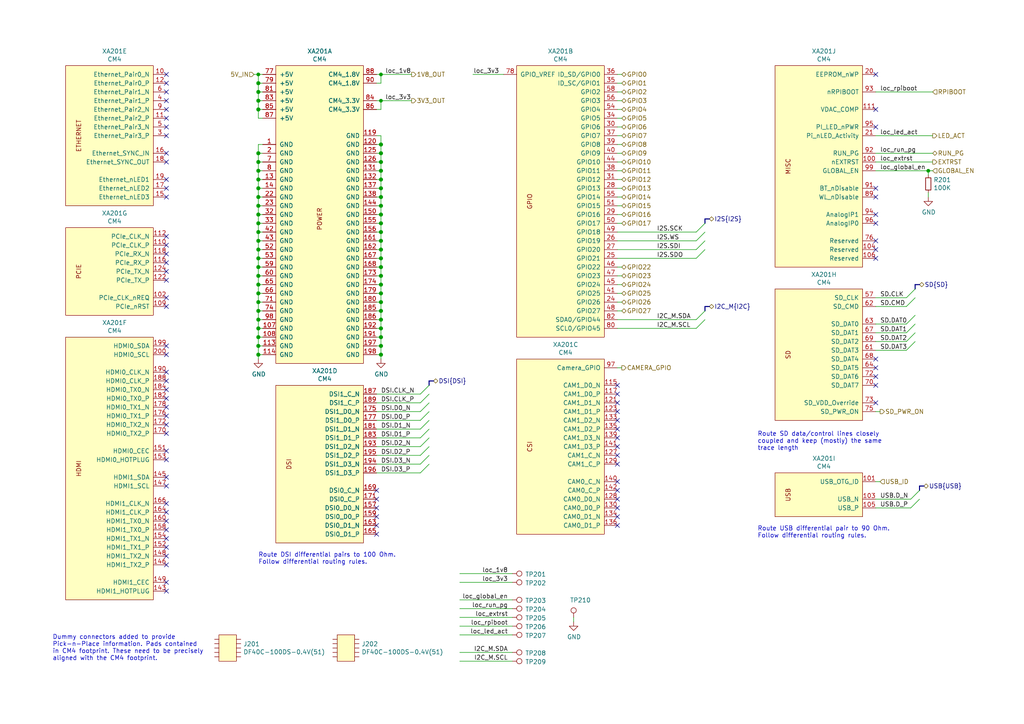
<source format=kicad_sch>
(kicad_sch (version 20210621) (generator eeschema)
  (paper "A4")
  (title_block (title "asd") (date "2021-03-05") (rev "V1") (company "iocapa") (comment 1 "asfd") (comment 2 "qwwer") (comment 3 "retery") (comment 4 "rtyu") (comment 5 "ty"))
  (lib_symbols
    (symbol "DIYPie:CM4" (pin_names (offset 1.016))
      (property "Reference" "XA" (at 0 44.45 0))
      (property "Value" "CM4" (at 0 -44.45 0))
      (symbol "CM4_1_1"
        (text "POWER" (at 0 -1.27 900) (effects (font (size 1.27 1.27))))
        (rectangle (start -12.7 43.18) (end 12.7 -43.18) (fill (type background)))
        (pin power_in line (at -16.51 20.32 0) (length 3.81) (name "GND") (number "1"))
        (pin power_in line (at -16.51 -33.02 0) (length 3.81) (name "GND") (number "107"))
        (pin power_in line (at -16.51 -35.56 0) (length 3.81) (name "GND") (number "108"))
        (pin power_in line (at -16.51 -38.1 0) (length 3.81) (name "GND") (number "113"))
        (pin power_in line (at -16.51 -40.64 0) (length 3.81) (name "GND") (number "114"))
        (pin power_in line (at 16.51 22.86 180) (length 3.81) (name "GND") (number "119"))
        (pin power_in line (at 16.51 20.32 180) (length 3.81) (name "GND") (number "120"))
        (pin power_in line (at 16.51 17.78 180) (length 3.81) (name "GND") (number "125"))
        (pin power_in line (at 16.51 15.24 180) (length 3.81) (name "GND") (number "126"))
        (pin power_in line (at -16.51 10.16 0) (length 3.81) (name "GND") (number "13"))
        (pin power_in line (at 16.51 12.7 180) (length 3.81) (name "GND") (number "131"))
        (pin power_in line (at 16.51 10.16 180) (length 3.81) (name "GND") (number "132"))
        (pin power_in line (at 16.51 7.62 180) (length 3.81) (name "GND") (number "137"))
        (pin power_in line (at 16.51 5.08 180) (length 3.81) (name "GND") (number "138"))
        (pin power_in line (at -16.51 7.62 0) (length 3.81) (name "GND") (number "14"))
        (pin power_in line (at 16.51 2.54 180) (length 3.81) (name "GND") (number "144"))
        (pin power_in line (at 16.51 0 180) (length 3.81) (name "GND") (number "150"))
        (pin power_in line (at 16.51 -2.54 180) (length 3.81) (name "GND") (number "155"))
        (pin power_in line (at 16.51 -5.08 180) (length 3.81) (name "GND") (number "156"))
        (pin power_in line (at 16.51 -7.62 180) (length 3.81) (name "GND") (number "161"))
        (pin power_in line (at 16.51 -10.16 180) (length 3.81) (name "GND") (number "162"))
        (pin power_in line (at 16.51 -12.7 180) (length 3.81) (name "GND") (number "167"))
        (pin power_in line (at 16.51 -15.24 180) (length 3.81) (name "GND") (number "168"))
        (pin power_in line (at 16.51 -17.78 180) (length 3.81) (name "GND") (number "173"))
        (pin power_in line (at 16.51 -20.32 180) (length 3.81) (name "GND") (number "174"))
        (pin power_in line (at 16.51 -22.86 180) (length 3.81) (name "GND") (number "179"))
        (pin power_in line (at 16.51 -25.4 180) (length 3.81) (name "GND") (number "180"))
        (pin power_in line (at 16.51 -27.94 180) (length 3.81) (name "GND") (number "185"))
        (pin power_in line (at 16.51 -30.48 180) (length 3.81) (name "GND") (number "186"))
        (pin power_in line (at 16.51 -35.56 180) (length 3.81) (name "GND") (number "191"))
        (pin power_in line (at 16.51 -33.02 180) (length 3.81) (name "GND") (number "192"))
        (pin power_in line (at 16.51 -38.1 180) (length 3.81) (name "GND") (number "197"))
        (pin power_in line (at 16.51 -40.64 180) (length 3.81) (name "GND") (number "198"))
        (pin power_in line (at -16.51 17.78 0) (length 3.81) (name "GND") (number "2"))
        (pin power_in line (at -16.51 5.08 0) (length 3.81) (name "GND") (number "22"))
        (pin power_in line (at -16.51 2.54 0) (length 3.81) (name "GND") (number "23"))
        (pin power_in line (at -16.51 0 0) (length 3.81) (name "GND") (number "32"))
        (pin power_in line (at -16.51 -2.54 0) (length 3.81) (name "GND") (number "33"))
        (pin power_in line (at -16.51 -5.08 0) (length 3.81) (name "GND") (number "42"))
        (pin power_in line (at -16.51 -7.62 0) (length 3.81) (name "GND") (number "43"))
        (pin power_in line (at -16.51 -10.16 0) (length 3.81) (name "GND") (number "52"))
        (pin power_in line (at -16.51 -12.7 0) (length 3.81) (name "GND") (number "53"))
        (pin power_in line (at -16.51 -15.24 0) (length 3.81) (name "GND") (number "59"))
        (pin power_in line (at -16.51 -17.78 0) (length 3.81) (name "GND") (number "60"))
        (pin power_in line (at -16.51 -20.32 0) (length 3.81) (name "GND") (number "65"))
        (pin power_in line (at -16.51 -22.86 0) (length 3.81) (name "GND") (number "66"))
        (pin power_in line (at -16.51 15.24 0) (length 3.81) (name "GND") (number "7"))
        (pin power_in line (at -16.51 -25.4 0) (length 3.81) (name "GND") (number "71"))
        (pin power_in line (at -16.51 -27.94 0) (length 3.81) (name "GND") (number "74"))
        (pin power_in line (at -16.51 40.64 0) (length 3.81) (name "+5V") (number "77"))
        (pin power_in line (at -16.51 38.1 0) (length 3.81) (name "+5V") (number "79"))
        (pin power_in line (at -16.51 12.7 0) (length 3.81) (name "GND") (number "8"))
        (pin power_in line (at -16.51 35.56 0) (length 3.81) (name "+5V") (number "81"))
        (pin power_in line (at -16.51 33.02 0) (length 3.81) (name "+5V") (number "83"))
        (pin power_out line (at 16.51 33.02 180) (length 3.81) (name "CM4_3.3V") (number "84"))
        (pin power_in line (at -16.51 30.48 0) (length 3.81) (name "+5V") (number "85"))
        (pin passive line (at 16.51 30.48 180) (length 3.81) (name "CM4_3.3V") (number "86"))
        (pin power_in line (at -16.51 27.94 0) (length 3.81) (name "+5V") (number "87"))
        (pin power_out line (at 16.51 40.64 180) (length 3.81) (name "CM4_1.8V") (number "88"))
        (pin passive line (at 16.51 38.1 180) (length 3.81) (name "CM4_1.8V") (number "90"))
        (pin power_in line (at -16.51 -30.48 0) (length 3.81) (name "GND") (number "98"))
      )
      (symbol "CM4_2_1"
        (text "GPIO" (at -8.89 0 900) (effects (font (size 1.27 1.27))))
        (rectangle (start -12.7 39.37) (end 12.7 -39.37) (fill (type background)))
        (pin bidirectional line (at 16.51 -29.21 180) (length 3.81) (name "GPIO26") (number "24"))
        (pin bidirectional line (at 16.51 -16.51 180) (length 3.81) (name "GPIO21") (number "25"))
        (pin bidirectional line (at 16.51 -11.43 180) (length 3.81) (name "GPIO19") (number "26"))
        (pin bidirectional line (at 16.51 -13.97 180) (length 3.81) (name "GPIO20") (number "27"))
        (pin bidirectional line (at 16.51 3.81 180) (length 3.81) (name "GPIO13") (number "28"))
        (pin bidirectional line (at 16.51 -3.81 180) (length 3.81) (name "GPIO16") (number "29"))
        (pin bidirectional line (at 16.51 21.59 180) (length 3.81) (name "GPIO6") (number "30"))
        (pin bidirectional line (at 16.51 6.35 180) (length 3.81) (name "GPIO12") (number "31"))
        (pin bidirectional line (at 16.51 24.13 180) (length 3.81) (name "GPIO5") (number "34"))
        (pin bidirectional line (at 16.51 34.29 180) (length 3.81) (name "ID_SC/GPIO1") (number "35"))
        (pin bidirectional line (at 16.51 36.83 180) (length 3.81) (name "ID_SD/GPIO0") (number "36"))
        (pin bidirectional line (at 16.51 19.05 180) (length 3.81) (name "GPIO7") (number "37"))
        (pin bidirectional line (at 16.51 8.89 180) (length 3.81) (name "GPIO11") (number "38"))
        (pin bidirectional line (at 16.51 16.51 180) (length 3.81) (name "GPIO8") (number "39"))
        (pin bidirectional line (at 16.51 13.97 180) (length 3.81) (name "GPIO9") (number "40"))
        (pin bidirectional line (at 16.51 -26.67 180) (length 3.81) (name "GPIO25") (number "41"))
        (pin bidirectional line (at 16.51 11.43 180) (length 3.81) (name "GPIO10") (number "44"))
        (pin bidirectional line (at 16.51 -24.13 180) (length 3.81) (name "GPIO24") (number "45"))
        (pin bidirectional line (at 16.51 -19.05 180) (length 3.81) (name "GPIO22") (number "46"))
        (pin bidirectional line (at 16.51 -21.59 180) (length 3.81) (name "GPIO23") (number "47"))
        (pin bidirectional line (at 16.51 -31.75 180) (length 3.81) (name "GPIO27") (number "48"))
        (pin bidirectional line (at 16.51 -8.89 180) (length 3.81) (name "GPIO18") (number "49"))
        (pin bidirectional line (at 16.51 -6.35 180) (length 3.81) (name "GPIO17") (number "50"))
        (pin bidirectional line (at 16.51 -1.27 180) (length 3.81) (name "GPIO15") (number "51"))
        (pin bidirectional line (at 16.51 26.67 180) (length 3.81) (name "GPIO4") (number "54"))
        (pin bidirectional line (at 16.51 1.27 180) (length 3.81) (name "GPIO14") (number "55"))
        (pin bidirectional line (at 16.51 29.21 180) (length 3.81) (name "GPIO3") (number "56"))
        (pin bidirectional line (at 16.51 31.75 180) (length 3.81) (name "GPIO2") (number "58"))
        (pin power_in line (at -16.51 36.83 0) (length 3.81) (name "GPIO_VREF") (number "78"))
        (pin bidirectional line (at 16.51 -36.83 180) (length 3.81) (name "SCL0/GPIO45") (number "80"))
        (pin bidirectional line (at 16.51 -34.29 180) (length 3.81) (name "SDA0/GPIO44") (number "82"))
      )
      (symbol "CM4_3_1"
        (text "CSI" (at -8.89 0 900) (effects (font (size 1.27 1.27))))
        (rectangle (start 12.7 25.4) (end -12.7 -25.4) (fill (type background)))
        (pin bidirectional line (at 16.51 17.78 180) (length 3.81) (name "CAM1_D0_N") (number "115"))
        (pin bidirectional line (at 16.51 15.24 180) (length 3.81) (name "CAM1_D0_P") (number "117"))
        (pin input line (at 16.51 12.7 180) (length 3.81) (name "CAM1_D1_N") (number "121"))
        (pin input line (at 16.51 10.16 180) (length 3.81) (name "CAM1_D1_P") (number "123"))
        (pin output line (at 16.51 -2.54 180) (length 3.81) (name "CAM1_C_N") (number "127"))
        (pin bidirectional line (at 16.51 -15.24 180) (length 3.81) (name "CAM0_D0_N") (number "128"))
        (pin output line (at 16.51 -5.08 180) (length 3.81) (name "CAM1_C_P") (number "129"))
        (pin bidirectional line (at 16.51 -17.78 180) (length 3.81) (name "CAM0_D0_P") (number "130"))
        (pin input line (at 16.51 7.62 180) (length 3.81) (name "CAM1_D2_N") (number "133"))
        (pin input line (at 16.51 -20.32 180) (length 3.81) (name "CAM0_D1_N") (number "134"))
        (pin input line (at 16.51 5.08 180) (length 3.81) (name "CAM1_D2_P") (number "135"))
        (pin input line (at 16.51 -22.86 180) (length 3.81) (name "CAM0_D1_P") (number "136"))
        (pin input line (at 16.51 2.54 180) (length 3.81) (name "CAM1_D3_N") (number "139"))
        (pin output line (at 16.51 -10.16 180) (length 3.81) (name "CAM0_C_N") (number "140"))
        (pin input line (at 16.51 0 180) (length 3.81) (name "CAM1_D3_P") (number "141"))
        (pin output line (at 16.51 -12.7 180) (length 3.81) (name "CAM0_C_P") (number "142"))
        (pin output line (at 16.51 22.86 180) (length 3.81) (name "Camera_GPIO") (number "97"))
      )
      (symbol "CM4_4_1"
        (text "DSI" (at -8.89 0 900) (effects (font (size 1.27 1.27))))
        (rectangle (start 12.7 22.86) (end -12.7 -22.86) (fill (type background)))
        (pin bidirectional line (at 16.51 -12.7 180) (length 3.81) (name "DSI0_D0_N") (number "157"))
        (pin bidirectional line (at 16.51 -15.24 180) (length 3.81) (name "DSI0_D0_P") (number "159"))
        (pin output line (at 16.51 -17.78 180) (length 3.81) (name "DSI0_D1_N") (number "163"))
        (pin output line (at 16.51 -20.32 180) (length 3.81) (name "DSI0_D1_P") (number "165"))
        (pin output line (at 16.51 -7.62 180) (length 3.81) (name "DSI0_C_N") (number "169"))
        (pin output line (at 16.51 -10.16 180) (length 3.81) (name "DSI0_C_P") (number "171"))
        (pin bidirectional line (at 16.51 15.24 180) (length 3.81) (name "DSI1_D0_N") (number "175"))
        (pin bidirectional line (at 16.51 12.7 180) (length 3.81) (name "DSI1_D0_P") (number "177"))
        (pin output line (at 16.51 10.16 180) (length 3.81) (name "DSI1_D1_N") (number "181"))
        (pin output line (at 16.51 7.62 180) (length 3.81) (name "DSI1_D1_P") (number "183"))
        (pin output line (at 16.51 20.32 180) (length 3.81) (name "DSI1_C_N") (number "187"))
        (pin output line (at 16.51 17.78 180) (length 3.81) (name "DSI1_C_P") (number "189"))
        (pin output line (at 16.51 5.08 180) (length 3.81) (name "DSI1_D2_N") (number "193"))
        (pin output line (at 16.51 0 180) (length 3.81) (name "DSI1_D3_N") (number "194"))
        (pin output line (at 16.51 2.54 180) (length 3.81) (name "DSI1_D2_P") (number "195"))
        (pin output line (at 16.51 -2.54 180) (length 3.81) (name "DSI1_D3_P") (number "196"))
      )
      (symbol "CM4_5_1"
        (text "ETHERNET" (at -8.89 0 900) (effects (font (size 1.27 1.27))))
        (rectangle (start 12.7 20.32) (end -12.7 -20.32) (fill (type background)))
        (pin bidirectional line (at 16.51 17.78 180) (length 3.81) (name "Ethernet_Pair0_N") (number "10"))
        (pin bidirectional line (at 16.51 5.08 180) (length 3.81) (name "Ethernet_Pair2_P") (number "11"))
        (pin bidirectional line (at 16.51 15.24 180) (length 3.81) (name "Ethernet_Pair0_P") (number "12"))
        (pin output line (at 16.51 -17.78 180) (length 3.81) (name "Ethernet_nLED3") (number "15"))
        (pin input line (at 16.51 -5.08 180) (length 3.81) (name "Ethernet_SYNC_IN") (number "16"))
        (pin output line (at 16.51 -15.24 180) (length 3.81) (name "Ethernet_nLED2") (number "17"))
        (pin tri_state line (at 16.51 -7.62 180) (length 3.81) (name "Ethernet_SYNC_OUT") (number "18"))
        (pin output line (at 16.51 -12.7 180) (length 3.81) (name "Ethernet_nLED1") (number "19"))
        (pin bidirectional line (at 16.51 0 180) (length 3.81) (name "Ethernet_Pair3_P") (number "3"))
        (pin bidirectional line (at 16.51 10.16 180) (length 3.81) (name "Ethernet_Pair1_P") (number "4"))
        (pin bidirectional line (at 16.51 2.54 180) (length 3.81) (name "Ethernet_Pair3_N") (number "5"))
        (pin bidirectional line (at 16.51 12.7 180) (length 3.81) (name "Ethernet_Pair1_N") (number "6"))
        (pin bidirectional line (at 16.51 7.62 180) (length 3.81) (name "Ethernet_Pair2_N") (number "9"))
      )
      (symbol "CM4_6_1"
        (text "HDMI" (at -8.89 0 900) (effects (font (size 1.27 1.27))))
        (rectangle (start 12.7 38.1) (end -12.7 -38.1) (fill (type background)))
        (pin input line (at 16.51 -35.56 180) (length 3.81) (name "HDMI1_HOTPLUG") (number "143"))
        (pin bidirectional line (at 16.51 -2.54 180) (length 3.81) (name "HDMI1_SDA") (number "145"))
        (pin output line (at 16.51 -27.94 180) (length 3.81) (name "HDMI1_TX2_P") (number "146"))
        (pin bidirectional line (at 16.51 -5.08 180) (length 3.81) (name "HDMI1_SCL") (number "147"))
        (pin output line (at 16.51 -25.4 180) (length 3.81) (name "HDMI1_TX2_N") (number "148"))
        (pin input line (at 16.51 -33.02 180) (length 3.81) (name "HDMI1_CEC") (number "149"))
        (pin input line (at 16.51 5.08 180) (length 3.81) (name "HDMI0_CEC") (number "151"))
        (pin output line (at 16.51 -22.86 180) (length 3.81) (name "HDMI1_TX1_P") (number "152"))
        (pin input line (at 16.51 2.54 180) (length 3.81) (name "HDMI0_HOTPLUG") (number "153"))
        (pin output line (at 16.51 -20.32 180) (length 3.81) (name "HDMI1_TX1_N") (number "154"))
        (pin output line (at 16.51 -17.78 180) (length 3.81) (name "HDMI1_TX0_P") (number "158"))
        (pin output line (at 16.51 -15.24 180) (length 3.81) (name "HDMI1_TX0_N") (number "160"))
        (pin output line (at 16.51 -12.7 180) (length 3.81) (name "HDMI1_CLK_P") (number "164"))
        (pin output line (at 16.51 -10.16 180) (length 3.81) (name "HDMI1_CLK_N") (number "166"))
        (pin output line (at 16.51 10.16 180) (length 3.81) (name "HDMI0_TX2_P") (number "170"))
        (pin output line (at 16.51 12.7 180) (length 3.81) (name "HDMI0_TX2_N") (number "172"))
        (pin output line (at 16.51 15.24 180) (length 3.81) (name "HDMI0_TX1_P") (number "176"))
        (pin output line (at 16.51 17.78 180) (length 3.81) (name "HDMI0_TX1_N") (number "178"))
        (pin output line (at 16.51 20.32 180) (length 3.81) (name "HDMI0_TX0_P") (number "182"))
        (pin output line (at 16.51 22.86 180) (length 3.81) (name "HDMI0_TX0_N") (number "184"))
        (pin output line (at 16.51 25.4 180) (length 3.81) (name "HDMI0_CLK_P") (number "188"))
        (pin output line (at 16.51 27.94 180) (length 3.81) (name "HDMI0_CLK_N") (number "190"))
        (pin bidirectional line (at 16.51 35.56 180) (length 3.81) (name "HDMI0_SDA") (number "199"))
        (pin bidirectional line (at 16.51 33.02 180) (length 3.81) (name "HDMI0_SCL") (number "200"))
      )
      (symbol "CM4_7_1"
        (text "PCIE" (at -8.89 0 900) (effects (font (size 1.27 1.27))))
        (rectangle (start 12.7 12.7) (end -12.7 -12.7) (fill (type background)))
        (pin input line (at 16.51 -7.62 180) (length 3.81) (name "PCIe_CLK_nREQ") (number "102"))
        (pin output line (at 16.51 -10.16 180) (length 3.81) (name "PCIe_nRST") (number "109"))
        (pin output line (at 16.51 7.62 180) (length 3.81) (name "PCIe_CLK_P") (number "110"))
        (pin output line (at 16.51 10.16 180) (length 3.81) (name "PCIe_CLK_N") (number "112"))
        (pin input line (at 16.51 2.54 180) (length 3.81) (name "PCIe_RX_P") (number "116"))
        (pin input line (at 16.51 5.08 180) (length 3.81) (name "PCIe_RX_N") (number "118"))
        (pin output line (at 16.51 -2.54 180) (length 3.81) (name "PCIe_TX_P") (number "122"))
        (pin output line (at 16.51 0 180) (length 3.81) (name "PCIe_TX_N") (number "124"))
      )
      (symbol "CM4_8_1"
        (text "SD" (at -8.89 0 900) (effects (font (size 1.27 1.27))))
        (rectangle (start 12.7 -19.05) (end -12.7 19.05) (fill (type background)))
        (pin output line (at 16.51 16.51 180) (length 3.81) (name "SD_CLK") (number "57"))
        (pin bidirectional line (at 16.51 1.27 180) (length 3.81) (name "SD_DAT3") (number "61"))
        (pin output line (at 16.51 13.97 180) (length 3.81) (name "SD_CMD") (number "62"))
        (pin bidirectional line (at 16.51 8.89 180) (length 3.81) (name "SD_DAT0") (number "63"))
        (pin bidirectional line (at 16.51 -3.81 180) (length 3.81) (name "SD_DAT5") (number "64"))
        (pin bidirectional line (at 16.51 6.35 180) (length 3.81) (name "SD_DAT1") (number "67"))
        (pin bidirectional line (at 16.51 -1.27 180) (length 3.81) (name "SD_DAT4") (number "68"))
        (pin bidirectional line (at 16.51 3.81 180) (length 3.81) (name "SD_DAT2") (number "69"))
        (pin bidirectional line (at 16.51 -8.89 180) (length 3.81) (name "SD_DAT7") (number "70"))
        (pin bidirectional line (at 16.51 -6.35 180) (length 3.81) (name "SD_DAT6") (number "72"))
        (pin input line (at 16.51 -13.97 180) (length 3.81) (name "SD_VDD_Override") (number "73"))
        (pin output line (at 16.51 -16.51 180) (length 3.81) (name "SD_PWR_ON") (number "75"))
      )
      (symbol "CM4_9_1"
        (text "USB" (at -8.89 0 900) (effects (font (size 1.27 1.27))))
        (rectangle (start 12.7 -6.35) (end -12.7 6.35) (fill (type background)))
        (pin input line (at 16.51 3.81 180) (length 3.81) (name "USB_OTG_ID") (number "101"))
        (pin bidirectional line (at 16.51 -1.27 180) (length 3.81) (name "USB_N") (number "103"))
        (pin bidirectional line (at 16.51 -3.81 180) (length 3.81) (name "USB_P") (number "105"))
      )
      (symbol "CM4_10_1"
        (text "MISC" (at -8.89 0 900) (effects (font (size 1.27 1.27))))
        (rectangle (start 12.7 29.21) (end -12.7 -29.21) (fill (type background)))
        (pin output line (at 16.51 1.27 180) (length 3.81) (name "nEXTRST") (number "100"))
        (pin passive line (at 16.51 -24.13 180) (length 3.81) (name "Reserved") (number "104"))
        (pin passive line (at 16.51 -26.67 180) (length 3.81) (name "Reserved") (number "106"))
        (pin output line (at 16.51 16.51 180) (length 3.81) (name "VDAC_COMP") (number "111"))
        (pin input line (at 16.51 26.67 180) (length 3.81) (name "EEPROM_nWP") (number "20"))
        (pin output line (at 16.51 8.89 180) (length 3.81) (name "Pi_nLED_Activity") (number "21"))
        (pin passive line (at 16.51 -21.59 180) (length 3.81) (name "Reserved") (number "76"))
        (pin input line (at 16.51 -8.89 180) (length 3.81) (name "WL_nDisable") (number "89"))
        (pin input line (at 16.51 -6.35 180) (length 3.81) (name "BT_nDisable") (number "91"))
        (pin output line (at 16.51 3.81 180) (length 3.81) (name "RUN_PG") (number "92"))
        (pin input line (at 16.51 21.59 180) (length 3.81) (name "nRPIBOOT") (number "93"))
        (pin passive line (at 16.51 -13.97 180) (length 3.81) (name "AnalogIP1") (number "94"))
        (pin output line (at 16.51 11.43 180) (length 3.81) (name "PI_LED_nPWR") (number "95"))
        (pin passive line (at 16.51 -16.51 180) (length 3.81) (name "AnalogIP0") (number "96"))
        (pin bidirectional line (at 16.51 -1.27 180) (length 3.81) (name "GLOBAL_EN") (number "99"))
      )
    )
    (symbol "DIYPie:DF40C-100DS-0.4V(51)_NoPads" (pin_names (offset 1.016))
      (property "Reference" "J" (at 0 11.43 0))
      (property "Value" "DF40C-100DS-0.4V(51)_NoPads" (at 0 7.62 0))
      (symbol "DF40C-100DS-0.4V(51)_NoPads_0_1"
        (rectangle (start -2.54 -2.54) (end -3.81 -2.54))
        (rectangle (start -2.54 -1.27) (end -3.81 -1.27))
        (rectangle (start -2.54 0) (end -3.81 0))
        (rectangle (start -2.54 1.27) (end -3.81 1.27))
        (rectangle (start -2.54 2.54) (end -3.81 2.54))
        (rectangle (start 2.54 -2.54) (end 3.81 -2.54))
        (rectangle (start 2.54 -1.27) (end 3.81 -1.27))
        (rectangle (start 2.54 0) (end 3.81 0))
        (rectangle (start 2.54 1.27) (end 3.81 1.27))
        (rectangle (start 2.54 2.54) (end 3.81 2.54))
        (rectangle (start -2.54 3.81) (end 2.54 -3.81) (fill (type background)))
      )
    )
    (symbol "DIYPie:TestPoint" (pin_numbers hide) (pin_names (offset 0.762) hide)
      (property "Reference" "TP" (at 0 5.588 0))
      (property "Value" "TestPoint" (at 0 3.81 0))
      (symbol "TestPoint_0_1"
        (circle (center 0 2.032) (radius 0.762))
      )
      (symbol "TestPoint_1_1"
        (pin passive line (at 0 0 90) (length 1.27) (name "1") (number "1"))
      )
    )
    (symbol "Device:R_Small" (pin_numbers hide) (pin_names (offset 0.254) hide)
      (property "Reference" "R" (at 0.762 0.508 0))
      (property "Value" "R_Small" (at 0.762 -1.016 0))
      (symbol "R_Small_0_1"
        (rectangle (start -0.762 1.778) (end 0.762 -1.778) (stroke (width 0.2032)))
      )
      (symbol "R_Small_1_1"
        (pin passive line (at 0 2.54 270) (length 0.762) (name "~") (number "1"))
        (pin passive line (at 0 -2.54 90) (length 0.762) (name "~") (number "2"))
      )
    )
    (symbol "power:GND" (power) (pin_names (offset 0))
      (property "Value" "GND" (at 0 -3.81 0))
      (symbol "GND_0_1"
        (polyline (pts (xy 0 0) (xy 0 -1.27) (xy 1.27 -1.27) (xy 0 -2.54) (xy -1.27 -1.27) (xy 0 -1.27)))
      )
      (symbol "GND_1_1"
        (pin power_in line (at 0 0 270) (length 0) hide (name "GND") (number "1"))
      )
    )
  )
  (junction (at 74.93 21.59) (diameter 0.9144))
  (junction (at 74.93 24.13) (diameter 1.016))
  (junction (at 74.93 26.67) (diameter 1.016))
  (junction (at 74.93 29.21) (diameter 1.016))
  (junction (at 74.93 31.75) (diameter 1.016))
  (junction (at 74.93 44.45) (diameter 1.016))
  (junction (at 74.93 46.99) (diameter 1.016))
  (junction (at 74.93 49.53) (diameter 1.016))
  (junction (at 74.93 52.07) (diameter 1.016))
  (junction (at 74.93 54.61) (diameter 1.016))
  (junction (at 74.93 57.15) (diameter 1.016))
  (junction (at 74.93 59.69) (diameter 1.016))
  (junction (at 74.93 62.23) (diameter 1.016))
  (junction (at 74.93 64.77) (diameter 1.016))
  (junction (at 74.93 67.31) (diameter 1.016))
  (junction (at 74.93 69.85) (diameter 1.016))
  (junction (at 74.93 72.39) (diameter 1.016))
  (junction (at 74.93 74.93) (diameter 1.016))
  (junction (at 74.93 77.47) (diameter 1.016))
  (junction (at 74.93 80.01) (diameter 1.016))
  (junction (at 74.93 82.55) (diameter 1.016))
  (junction (at 74.93 85.09) (diameter 1.016))
  (junction (at 74.93 87.63) (diameter 1.016))
  (junction (at 74.93 90.17) (diameter 1.016))
  (junction (at 74.93 92.71) (diameter 1.016))
  (junction (at 74.93 95.25) (diameter 1.016))
  (junction (at 74.93 97.79) (diameter 1.016))
  (junction (at 74.93 100.33) (diameter 1.016))
  (junction (at 74.93 102.87) (diameter 1.016))
  (junction (at 110.49 21.59) (diameter 0.9144))
  (junction (at 110.49 29.21) (diameter 0.9144))
  (junction (at 110.49 41.91) (diameter 1.016))
  (junction (at 110.49 44.45) (diameter 1.016))
  (junction (at 110.49 46.99) (diameter 1.016))
  (junction (at 110.49 49.53) (diameter 1.016))
  (junction (at 110.49 52.07) (diameter 1.016))
  (junction (at 110.49 54.61) (diameter 1.016))
  (junction (at 110.49 57.15) (diameter 1.016))
  (junction (at 110.49 59.69) (diameter 1.016))
  (junction (at 110.49 62.23) (diameter 1.016))
  (junction (at 110.49 64.77) (diameter 1.016))
  (junction (at 110.49 67.31) (diameter 1.016))
  (junction (at 110.49 69.85) (diameter 1.016))
  (junction (at 110.49 72.39) (diameter 1.016))
  (junction (at 110.49 74.93) (diameter 1.016))
  (junction (at 110.49 77.47) (diameter 1.016))
  (junction (at 110.49 80.01) (diameter 1.016))
  (junction (at 110.49 82.55) (diameter 1.016))
  (junction (at 110.49 85.09) (diameter 1.016))
  (junction (at 110.49 87.63) (diameter 1.016))
  (junction (at 110.49 90.17) (diameter 1.016))
  (junction (at 110.49 92.71) (diameter 1.016))
  (junction (at 110.49 95.25) (diameter 1.016))
  (junction (at 110.49 97.79) (diameter 1.016))
  (junction (at 110.49 100.33) (diameter 1.016))
  (junction (at 110.49 102.87) (diameter 1.016))
  (junction (at 269.24 49.53) (diameter 0.9144))
  (no_connect (at 48.26 21.59))
  (no_connect (at 48.26 24.13))
  (no_connect (at 48.26 26.67))
  (no_connect (at 48.26 29.21))
  (no_connect (at 48.26 31.75))
  (no_connect (at 48.26 34.29))
  (no_connect (at 48.26 36.83))
  (no_connect (at 48.26 39.37))
  (no_connect (at 48.26 44.45))
  (no_connect (at 48.26 46.99))
  (no_connect (at 48.26 52.07))
  (no_connect (at 48.26 54.61))
  (no_connect (at 48.26 57.15))
  (no_connect (at 48.26 68.58))
  (no_connect (at 48.26 71.12))
  (no_connect (at 48.26 73.66))
  (no_connect (at 48.26 76.2))
  (no_connect (at 48.26 78.74))
  (no_connect (at 48.26 81.28))
  (no_connect (at 48.26 86.36))
  (no_connect (at 48.26 88.9))
  (no_connect (at 48.26 100.33))
  (no_connect (at 48.26 102.87))
  (no_connect (at 48.26 107.95))
  (no_connect (at 48.26 110.49))
  (no_connect (at 48.26 113.03))
  (no_connect (at 48.26 115.57))
  (no_connect (at 48.26 118.11))
  (no_connect (at 48.26 120.65))
  (no_connect (at 48.26 123.19))
  (no_connect (at 48.26 125.73))
  (no_connect (at 48.26 130.81))
  (no_connect (at 48.26 133.35))
  (no_connect (at 48.26 138.43))
  (no_connect (at 48.26 140.97))
  (no_connect (at 48.26 146.05))
  (no_connect (at 48.26 148.59))
  (no_connect (at 48.26 151.13))
  (no_connect (at 48.26 153.67))
  (no_connect (at 48.26 156.21))
  (no_connect (at 48.26 158.75))
  (no_connect (at 48.26 161.29))
  (no_connect (at 48.26 163.83))
  (no_connect (at 48.26 168.91))
  (no_connect (at 48.26 171.45))
  (no_connect (at 109.22 142.24))
  (no_connect (at 109.22 144.78))
  (no_connect (at 109.22 147.32))
  (no_connect (at 109.22 149.86))
  (no_connect (at 109.22 152.4))
  (no_connect (at 109.22 154.94))
  (no_connect (at 179.07 111.76))
  (no_connect (at 179.07 114.3))
  (no_connect (at 179.07 116.84))
  (no_connect (at 179.07 119.38))
  (no_connect (at 179.07 121.92))
  (no_connect (at 179.07 124.46))
  (no_connect (at 179.07 127))
  (no_connect (at 179.07 129.54))
  (no_connect (at 179.07 132.08))
  (no_connect (at 179.07 134.62))
  (no_connect (at 179.07 139.7))
  (no_connect (at 179.07 142.24))
  (no_connect (at 179.07 144.78))
  (no_connect (at 179.07 147.32))
  (no_connect (at 179.07 149.86))
  (no_connect (at 179.07 152.4))
  (no_connect (at 254 21.59))
  (no_connect (at 254 31.75))
  (no_connect (at 254 36.83))
  (no_connect (at 254 54.61))
  (no_connect (at 254 57.15))
  (no_connect (at 254 62.23))
  (no_connect (at 254 64.77))
  (no_connect (at 254 69.85))
  (no_connect (at 254 72.39))
  (no_connect (at 254 74.93))
  (no_connect (at 254 104.14))
  (no_connect (at 254 106.68))
  (no_connect (at 254 109.22))
  (no_connect (at 254 111.76))
  (no_connect (at 254 116.84))
  (bus_entry (at 124.46 111.76) (size -2.54 2.54) (stroke (width 0.1524)))
  (bus_entry (at 124.46 114.3) (size -2.54 2.54) (stroke (width 0.1524)))
  (bus_entry (at 124.46 116.84) (size -2.54 2.54) (stroke (width 0.1524)))
  (bus_entry (at 124.46 119.38) (size -2.54 2.54) (stroke (width 0.1524)))
  (bus_entry (at 124.46 121.92) (size -2.54 2.54) (stroke (width 0.1524)))
  (bus_entry (at 124.46 124.46) (size -2.54 2.54) (stroke (width 0.1524)))
  (bus_entry (at 124.46 127) (size -2.54 2.54) (stroke (width 0.1524)))
  (bus_entry (at 124.46 129.54) (size -2.54 2.54) (stroke (width 0.1524)))
  (bus_entry (at 124.46 132.08) (size -2.54 2.54) (stroke (width 0.1524)))
  (bus_entry (at 124.46 134.62) (size -2.54 2.54) (stroke (width 0.1524)))
  (bus_entry (at 204.47 64.77) (size -2.54 2.54) (stroke (width 0.1524)))
  (bus_entry (at 204.47 67.31) (size -2.54 2.54) (stroke (width 0.1524)))
  (bus_entry (at 204.47 69.85) (size -2.54 2.54) (stroke (width 0.1524)))
  (bus_entry (at 204.47 72.39) (size -2.54 2.54) (stroke (width 0.1524)))
  (bus_entry (at 204.47 90.17) (size -2.54 2.54) (stroke (width 0.1524)))
  (bus_entry (at 204.47 92.71) (size -2.54 2.54) (stroke (width 0.1524)))
  (bus_entry (at 265.43 83.82) (size -2.54 2.54) (stroke (width 0.1524)))
  (bus_entry (at 265.43 86.36) (size -2.54 2.54) (stroke (width 0.1524)))
  (bus_entry (at 265.43 91.44) (size -2.54 2.54) (stroke (width 0.1524)))
  (bus_entry (at 265.43 93.98) (size -2.54 2.54) (stroke (width 0.1524)))
  (bus_entry (at 265.43 96.52) (size -2.54 2.54) (stroke (width 0.1524)))
  (bus_entry (at 265.43 99.06) (size -2.54 2.54) (stroke (width 0.1524)))
  (bus_entry (at 266.7 142.24) (size -2.54 2.54) (stroke (width 0.1524)))
  (bus_entry (at 266.7 144.78) (size -2.54 2.54) (stroke (width 0.1524)))
  (wire (pts (xy 73.66 21.59) (xy 74.93 21.59)))
  (wire (pts (xy 74.93 24.13) (xy 74.93 21.59)))
  (wire (pts (xy 74.93 26.67) (xy 74.93 24.13)))
  (wire (pts (xy 74.93 29.21) (xy 74.93 26.67)))
  (wire (pts (xy 74.93 31.75) (xy 74.93 29.21)))
  (wire (pts (xy 74.93 34.29) (xy 74.93 31.75)))
  (wire (pts (xy 74.93 41.91) (xy 74.93 44.45)))
  (wire (pts (xy 74.93 44.45) (xy 74.93 46.99)))
  (wire (pts (xy 74.93 46.99) (xy 74.93 49.53)))
  (wire (pts (xy 74.93 49.53) (xy 74.93 52.07)))
  (wire (pts (xy 74.93 52.07) (xy 74.93 54.61)))
  (wire (pts (xy 74.93 54.61) (xy 74.93 57.15)))
  (wire (pts (xy 74.93 57.15) (xy 74.93 59.69)))
  (wire (pts (xy 74.93 59.69) (xy 74.93 62.23)))
  (wire (pts (xy 74.93 62.23) (xy 74.93 64.77)))
  (wire (pts (xy 74.93 64.77) (xy 74.93 67.31)))
  (wire (pts (xy 74.93 67.31) (xy 74.93 69.85)))
  (wire (pts (xy 74.93 69.85) (xy 74.93 72.39)))
  (wire (pts (xy 74.93 72.39) (xy 74.93 74.93)))
  (wire (pts (xy 74.93 74.93) (xy 74.93 77.47)))
  (wire (pts (xy 74.93 77.47) (xy 74.93 80.01)))
  (wire (pts (xy 74.93 80.01) (xy 74.93 82.55)))
  (wire (pts (xy 74.93 82.55) (xy 74.93 85.09)))
  (wire (pts (xy 74.93 85.09) (xy 74.93 87.63)))
  (wire (pts (xy 74.93 87.63) (xy 74.93 90.17)))
  (wire (pts (xy 74.93 90.17) (xy 74.93 92.71)))
  (wire (pts (xy 74.93 92.71) (xy 74.93 95.25)))
  (wire (pts (xy 74.93 95.25) (xy 74.93 97.79)))
  (wire (pts (xy 74.93 97.79) (xy 74.93 100.33)))
  (wire (pts (xy 74.93 100.33) (xy 74.93 102.87)))
  (wire (pts (xy 74.93 102.87) (xy 74.93 104.14)))
  (wire (pts (xy 76.2 21.59) (xy 74.93 21.59)))
  (wire (pts (xy 76.2 24.13) (xy 74.93 24.13)))
  (wire (pts (xy 76.2 26.67) (xy 74.93 26.67)))
  (wire (pts (xy 76.2 29.21) (xy 74.93 29.21)))
  (wire (pts (xy 76.2 31.75) (xy 74.93 31.75)))
  (wire (pts (xy 76.2 34.29) (xy 74.93 34.29)))
  (wire (pts (xy 76.2 41.91) (xy 74.93 41.91)))
  (wire (pts (xy 76.2 44.45) (xy 74.93 44.45)))
  (wire (pts (xy 76.2 46.99) (xy 74.93 46.99)))
  (wire (pts (xy 76.2 49.53) (xy 74.93 49.53)))
  (wire (pts (xy 76.2 52.07) (xy 74.93 52.07)))
  (wire (pts (xy 76.2 54.61) (xy 74.93 54.61)))
  (wire (pts (xy 76.2 57.15) (xy 74.93 57.15)))
  (wire (pts (xy 76.2 59.69) (xy 74.93 59.69)))
  (wire (pts (xy 76.2 62.23) (xy 74.93 62.23)))
  (wire (pts (xy 76.2 64.77) (xy 74.93 64.77)))
  (wire (pts (xy 76.2 67.31) (xy 74.93 67.31)))
  (wire (pts (xy 76.2 69.85) (xy 74.93 69.85)))
  (wire (pts (xy 76.2 72.39) (xy 74.93 72.39)))
  (wire (pts (xy 76.2 74.93) (xy 74.93 74.93)))
  (wire (pts (xy 76.2 77.47) (xy 74.93 77.47)))
  (wire (pts (xy 76.2 80.01) (xy 74.93 80.01)))
  (wire (pts (xy 76.2 82.55) (xy 74.93 82.55)))
  (wire (pts (xy 76.2 85.09) (xy 74.93 85.09)))
  (wire (pts (xy 76.2 87.63) (xy 74.93 87.63)))
  (wire (pts (xy 76.2 90.17) (xy 74.93 90.17)))
  (wire (pts (xy 76.2 92.71) (xy 74.93 92.71)))
  (wire (pts (xy 76.2 95.25) (xy 74.93 95.25)))
  (wire (pts (xy 76.2 97.79) (xy 74.93 97.79)))
  (wire (pts (xy 76.2 100.33) (xy 74.93 100.33)))
  (wire (pts (xy 76.2 102.87) (xy 74.93 102.87)))
  (wire (pts (xy 109.22 21.59) (xy 110.49 21.59)))
  (wire (pts (xy 109.22 24.13) (xy 110.49 24.13)))
  (wire (pts (xy 109.22 31.75) (xy 110.49 31.75)))
  (wire (pts (xy 109.22 41.91) (xy 110.49 41.91)))
  (wire (pts (xy 109.22 44.45) (xy 110.49 44.45)))
  (wire (pts (xy 109.22 46.99) (xy 110.49 46.99)))
  (wire (pts (xy 109.22 49.53) (xy 110.49 49.53)))
  (wire (pts (xy 109.22 52.07) (xy 110.49 52.07)))
  (wire (pts (xy 109.22 54.61) (xy 110.49 54.61)))
  (wire (pts (xy 109.22 57.15) (xy 110.49 57.15)))
  (wire (pts (xy 109.22 59.69) (xy 110.49 59.69)))
  (wire (pts (xy 109.22 62.23) (xy 110.49 62.23)))
  (wire (pts (xy 109.22 64.77) (xy 110.49 64.77)))
  (wire (pts (xy 109.22 67.31) (xy 110.49 67.31)))
  (wire (pts (xy 109.22 69.85) (xy 110.49 69.85)))
  (wire (pts (xy 109.22 72.39) (xy 110.49 72.39)))
  (wire (pts (xy 109.22 74.93) (xy 110.49 74.93)))
  (wire (pts (xy 109.22 77.47) (xy 110.49 77.47)))
  (wire (pts (xy 109.22 80.01) (xy 110.49 80.01)))
  (wire (pts (xy 109.22 82.55) (xy 110.49 82.55)))
  (wire (pts (xy 109.22 85.09) (xy 110.49 85.09)))
  (wire (pts (xy 109.22 87.63) (xy 110.49 87.63)))
  (wire (pts (xy 109.22 90.17) (xy 110.49 90.17)))
  (wire (pts (xy 109.22 92.71) (xy 110.49 92.71)))
  (wire (pts (xy 109.22 95.25) (xy 110.49 95.25)))
  (wire (pts (xy 109.22 97.79) (xy 110.49 97.79)))
  (wire (pts (xy 109.22 100.33) (xy 110.49 100.33)))
  (wire (pts (xy 109.22 102.87) (xy 110.49 102.87)))
  (wire (pts (xy 109.22 114.3) (xy 121.92 114.3)))
  (wire (pts (xy 109.22 116.84) (xy 121.92 116.84)))
  (wire (pts (xy 109.22 119.38) (xy 121.92 119.38)))
  (wire (pts (xy 109.22 121.92) (xy 121.92 121.92)))
  (wire (pts (xy 109.22 124.46) (xy 121.92 124.46)))
  (wire (pts (xy 109.22 127) (xy 121.92 127)))
  (wire (pts (xy 109.22 129.54) (xy 121.92 129.54)))
  (wire (pts (xy 109.22 132.08) (xy 121.92 132.08)))
  (wire (pts (xy 109.22 134.62) (xy 121.92 134.62)))
  (wire (pts (xy 109.22 137.16) (xy 121.92 137.16)))
  (wire (pts (xy 110.49 21.59) (xy 119.38 21.59)))
  (wire (pts (xy 110.49 24.13) (xy 110.49 21.59)))
  (wire (pts (xy 110.49 29.21) (xy 109.22 29.21)))
  (wire (pts (xy 110.49 29.21) (xy 119.38 29.21)))
  (wire (pts (xy 110.49 31.75) (xy 110.49 29.21)))
  (wire (pts (xy 110.49 39.37) (xy 109.22 39.37)))
  (wire (pts (xy 110.49 41.91) (xy 110.49 39.37)))
  (wire (pts (xy 110.49 44.45) (xy 110.49 41.91)))
  (wire (pts (xy 110.49 46.99) (xy 110.49 44.45)))
  (wire (pts (xy 110.49 49.53) (xy 110.49 46.99)))
  (wire (pts (xy 110.49 52.07) (xy 110.49 49.53)))
  (wire (pts (xy 110.49 54.61) (xy 110.49 52.07)))
  (wire (pts (xy 110.49 57.15) (xy 110.49 54.61)))
  (wire (pts (xy 110.49 59.69) (xy 110.49 57.15)))
  (wire (pts (xy 110.49 62.23) (xy 110.49 59.69)))
  (wire (pts (xy 110.49 64.77) (xy 110.49 62.23)))
  (wire (pts (xy 110.49 67.31) (xy 110.49 64.77)))
  (wire (pts (xy 110.49 69.85) (xy 110.49 67.31)))
  (wire (pts (xy 110.49 72.39) (xy 110.49 69.85)))
  (wire (pts (xy 110.49 74.93) (xy 110.49 72.39)))
  (wire (pts (xy 110.49 77.47) (xy 110.49 74.93)))
  (wire (pts (xy 110.49 80.01) (xy 110.49 77.47)))
  (wire (pts (xy 110.49 82.55) (xy 110.49 80.01)))
  (wire (pts (xy 110.49 85.09) (xy 110.49 82.55)))
  (wire (pts (xy 110.49 87.63) (xy 110.49 85.09)))
  (wire (pts (xy 110.49 90.17) (xy 110.49 87.63)))
  (wire (pts (xy 110.49 92.71) (xy 110.49 90.17)))
  (wire (pts (xy 110.49 95.25) (xy 110.49 92.71)))
  (wire (pts (xy 110.49 97.79) (xy 110.49 95.25)))
  (wire (pts (xy 110.49 100.33) (xy 110.49 97.79)))
  (wire (pts (xy 110.49 102.87) (xy 110.49 100.33)))
  (wire (pts (xy 110.49 104.14) (xy 110.49 102.87)))
  (wire (pts (xy 133.35 166.37) (xy 148.59 166.37)))
  (wire (pts (xy 133.35 168.91) (xy 148.59 168.91)))
  (wire (pts (xy 133.35 173.99) (xy 148.59 173.99)))
  (wire (pts (xy 133.35 176.53) (xy 148.59 176.53)))
  (wire (pts (xy 133.35 179.07) (xy 148.59 179.07)))
  (wire (pts (xy 133.35 181.61) (xy 148.59 181.61)))
  (wire (pts (xy 133.35 184.15) (xy 148.59 184.15)))
  (wire (pts (xy 133.35 189.23) (xy 148.59 189.23)))
  (wire (pts (xy 133.35 191.77) (xy 148.59 191.77)))
  (wire (pts (xy 137.16 21.59) (xy 146.05 21.59)))
  (wire (pts (xy 166.37 179.07) (xy 166.37 180.34)))
  (wire (pts (xy 179.07 21.59) (xy 180.34 21.59)))
  (wire (pts (xy 179.07 24.13) (xy 180.34 24.13)))
  (wire (pts (xy 179.07 26.67) (xy 180.34 26.67)))
  (wire (pts (xy 179.07 29.21) (xy 180.34 29.21)))
  (wire (pts (xy 179.07 31.75) (xy 180.34 31.75)))
  (wire (pts (xy 179.07 34.29) (xy 180.34 34.29)))
  (wire (pts (xy 179.07 36.83) (xy 180.34 36.83)))
  (wire (pts (xy 179.07 39.37) (xy 180.34 39.37)))
  (wire (pts (xy 179.07 41.91) (xy 180.34 41.91)))
  (wire (pts (xy 179.07 44.45) (xy 180.34 44.45)))
  (wire (pts (xy 179.07 46.99) (xy 180.34 46.99)))
  (wire (pts (xy 179.07 49.53) (xy 180.34 49.53)))
  (wire (pts (xy 179.07 52.07) (xy 180.34 52.07)))
  (wire (pts (xy 179.07 54.61) (xy 180.34 54.61)))
  (wire (pts (xy 179.07 57.15) (xy 180.34 57.15)))
  (wire (pts (xy 179.07 59.69) (xy 180.34 59.69)))
  (wire (pts (xy 179.07 62.23) (xy 180.34 62.23)))
  (wire (pts (xy 179.07 64.77) (xy 180.34 64.77)))
  (wire (pts (xy 179.07 67.31) (xy 201.93 67.31)))
  (wire (pts (xy 179.07 69.85) (xy 201.93 69.85)))
  (wire (pts (xy 179.07 72.39) (xy 201.93 72.39)))
  (wire (pts (xy 179.07 74.93) (xy 201.93 74.93)))
  (wire (pts (xy 179.07 77.47) (xy 180.34 77.47)))
  (wire (pts (xy 179.07 80.01) (xy 180.34 80.01)))
  (wire (pts (xy 179.07 82.55) (xy 180.34 82.55)))
  (wire (pts (xy 179.07 85.09) (xy 180.34 85.09)))
  (wire (pts (xy 179.07 87.63) (xy 180.34 87.63)))
  (wire (pts (xy 179.07 90.17) (xy 180.34 90.17)))
  (wire (pts (xy 179.07 92.71) (xy 201.93 92.71)))
  (wire (pts (xy 179.07 95.25) (xy 201.93 95.25)))
  (wire (pts (xy 179.07 106.68) (xy 180.34 106.68)))
  (wire (pts (xy 254 26.67) (xy 270.51 26.67)))
  (wire (pts (xy 254 39.37) (xy 270.51 39.37)))
  (wire (pts (xy 254 44.45) (xy 270.51 44.45)))
  (wire (pts (xy 254 46.99) (xy 270.51 46.99)))
  (wire (pts (xy 254 49.53) (xy 269.24 49.53)))
  (wire (pts (xy 254 86.36) (xy 262.89 86.36)))
  (wire (pts (xy 254 88.9) (xy 262.89 88.9)))
  (wire (pts (xy 254 93.98) (xy 262.89 93.98)))
  (wire (pts (xy 254 96.52) (xy 262.89 96.52)))
  (wire (pts (xy 254 99.06) (xy 262.89 99.06)))
  (wire (pts (xy 254 101.6) (xy 262.89 101.6)))
  (wire (pts (xy 254 119.38) (xy 255.27 119.38)))
  (wire (pts (xy 254 139.7) (xy 255.27 139.7)))
  (wire (pts (xy 254 144.78) (xy 264.16 144.78)))
  (wire (pts (xy 254 147.32) (xy 264.16 147.32)))
  (wire (pts (xy 269.24 49.53) (xy 269.24 50.8)))
  (wire (pts (xy 269.24 49.53) (xy 270.51 49.53)))
  (wire (pts (xy 269.24 57.15) (xy 269.24 55.88)))
  (bus (pts (xy 124.46 110.49) (xy 124.46 134.62)))
  (bus (pts (xy 125.73 110.49) (xy 124.46 110.49)))
  (bus (pts (xy 204.47 63.5) (xy 204.47 72.39)))
  (bus (pts (xy 204.47 88.9) (xy 204.47 92.71)))
  (bus (pts (xy 205.74 63.5) (xy 204.47 63.5)))
  (bus (pts (xy 205.74 88.9) (xy 204.47 88.9)))
  (bus (pts (xy 265.43 82.55) (xy 265.43 99.06)))
  (bus (pts (xy 266.7 82.55) (xy 265.43 82.55)))
  (bus (pts (xy 266.7 140.97) (xy 266.7 144.78)))
  (bus (pts (xy 267.97 140.97) (xy 266.7 140.97)))
  (text "Dummy connectors added to provide \nPick-n-Place information. Pads contained\nin CM4 footprint. These need to be precisely \naligned with the CM4 footprint." (at 15.24 191.77 0) (effects (font (size 1.27 1.27)) (justify left bottom)))
  (text "Route DSI differential pairs to 100 Ohm.\nFollow differential routing rules. " (at 74.93 163.83 0) (effects (font (size 1.27 1.27)) (justify left bottom)))
  (text "Route SD data/control lines closely \ncoupled and keep (mostly) the same \ntrace length" (at 219.71 130.81 0) (effects (font (size 1.27 1.27)) (justify left bottom)))
  (text "Route USB differential pair to 90 Ohm.\nFollow differential routing rules. " (at 219.71 156.21 0) (effects (font (size 1.27 1.27)) (justify left bottom)))
  (label "DSI.CLK_N" (at 110.49 114.3 0))
  (label "DSI.CLK_P" (at 110.49 116.84 0))
  (label "DSI.D0_N" (at 110.49 119.38 0))
  (label "DSI.D0_P" (at 110.49 121.92 0))
  (label "DSI.D1_N" (at 110.49 124.46 0))
  (label "DSI.D1_P" (at 110.49 127 0))
  (label "DSI.D2_N" (at 110.49 129.54 0))
  (label "DSI.D2_P" (at 110.49 132.08 0))
  (label "DSI.D3_N" (at 110.49 134.62 0))
  (label "DSI.D3_P" (at 110.49 137.16 0))
  (label "loc_1v8" (at 111.76 21.59 0))
  (label "loc_3v3" (at 111.76 29.21 0))
  (label "loc_3v3" (at 144.78 21.59 180))
  (label "loc_1v8" (at 147.32 166.37 180))
  (label "loc_3v3" (at 147.32 168.91 180))
  (label "loc_global_en" (at 147.32 173.99 180))
  (label "loc_run_pg" (at 147.32 176.53 180))
  (label "loc_extrst" (at 147.32 179.07 180))
  (label "loc_rpiboot" (at 147.32 181.61 180))
  (label "loc_led_act" (at 147.32 184.15 180))
  (label "I2C_M.SDA" (at 147.32 189.23 180))
  (label "I2C_M.SCL" (at 147.32 191.77 180))
  (label "I2S.SCK" (at 190.5 67.31 0))
  (label "I2S.WS" (at 190.5 69.85 0))
  (label "I2S.SDI" (at 190.5 72.39 0))
  (label "I2S.SDO" (at 190.5 74.93 0))
  (label "I2C_M.SDA" (at 190.5 92.71 0))
  (label "I2C_M.SCL" (at 190.5 95.25 0))
  (label "loc_rpiboot" (at 255.27 26.67 0))
  (label "loc_led_act" (at 255.27 39.37 0))
  (label "loc_run_pg" (at 255.27 44.45 0))
  (label "loc_extrst" (at 255.27 46.99 0))
  (label "loc_global_en" (at 255.27 49.53 0))
  (label "SD.CLK" (at 255.27 86.36 0))
  (label "SD.CMD" (at 255.27 88.9 0))
  (label "SD.DAT0" (at 255.27 93.98 0))
  (label "SD.DAT1" (at 255.27 96.52 0))
  (label "SD.DAT2" (at 255.27 99.06 0))
  (label "SD.DAT3" (at 255.27 101.6 0))
  (label "USB.D_N" (at 255.27 144.78 0))
  (label "USB.D_P" (at 255.27 147.32 0))
  (hierarchical_label "5V_IN" (shape input) (at 73.66 21.59 180))
  (hierarchical_label "1V8_OUT" (shape output) (at 119.38 21.59 0))
  (hierarchical_label "3V3_OUT" (shape output) (at 119.38 29.21 0))
  (hierarchical_label "DSI{DSI}" (shape bidirectional) (at 125.73 110.49 0))
  (hierarchical_label "GPIO0" (shape bidirectional) (at 180.34 21.59 0))
  (hierarchical_label "GPIO1" (shape bidirectional) (at 180.34 24.13 0))
  (hierarchical_label "GPIO2" (shape bidirectional) (at 180.34 26.67 0))
  (hierarchical_label "GPIO3" (shape bidirectional) (at 180.34 29.21 0))
  (hierarchical_label "GPIO4" (shape bidirectional) (at 180.34 31.75 0))
  (hierarchical_label "GPIO5" (shape bidirectional) (at 180.34 34.29 0))
  (hierarchical_label "GPIO6" (shape bidirectional) (at 180.34 36.83 0))
  (hierarchical_label "GPIO7" (shape bidirectional) (at 180.34 39.37 0))
  (hierarchical_label "GPIO8" (shape bidirectional) (at 180.34 41.91 0))
  (hierarchical_label "GPIO9" (shape bidirectional) (at 180.34 44.45 0))
  (hierarchical_label "GPIO10" (shape bidirectional) (at 180.34 46.99 0))
  (hierarchical_label "GPIO11" (shape bidirectional) (at 180.34 49.53 0))
  (hierarchical_label "GPIO12" (shape bidirectional) (at 180.34 52.07 0))
  (hierarchical_label "GPIO13" (shape bidirectional) (at 180.34 54.61 0))
  (hierarchical_label "GPIO14" (shape bidirectional) (at 180.34 57.15 0))
  (hierarchical_label "GPIO15" (shape bidirectional) (at 180.34 59.69 0))
  (hierarchical_label "GPIO16" (shape bidirectional) (at 180.34 62.23 0))
  (hierarchical_label "GPIO17" (shape bidirectional) (at 180.34 64.77 0))
  (hierarchical_label "GPIO22" (shape bidirectional) (at 180.34 77.47 0))
  (hierarchical_label "GPIO23" (shape bidirectional) (at 180.34 80.01 0))
  (hierarchical_label "GPIO24" (shape bidirectional) (at 180.34 82.55 0))
  (hierarchical_label "GPIO25" (shape bidirectional) (at 180.34 85.09 0))
  (hierarchical_label "GPIO26" (shape bidirectional) (at 180.34 87.63 0))
  (hierarchical_label "GPIO27" (shape bidirectional) (at 180.34 90.17 0))
  (hierarchical_label "CAMERA_GPIO" (shape output) (at 180.34 106.68 0))
  (hierarchical_label "I2S{I2S}" (shape bidirectional) (at 205.74 63.5 0))
  (hierarchical_label "I2C_M{I2C}" (shape bidirectional) (at 205.74 88.9 0))
  (hierarchical_label "SD_PWR_ON" (shape output) (at 255.27 119.38 0))
  (hierarchical_label "USB_ID" (shape input) (at 255.27 139.7 0))
  (hierarchical_label "SD{SD}" (shape bidirectional) (at 266.7 82.55 0))
  (hierarchical_label "USB{USB}" (shape bidirectional) (at 267.97 140.97 0))
  (hierarchical_label "RPIBOOT" (shape input) (at 270.51 26.67 0))
  (hierarchical_label "LED_ACT" (shape output) (at 270.51 39.37 0))
  (hierarchical_label "RUN_PG" (shape bidirectional) (at 270.51 44.45 0))
  (hierarchical_label "EXTRST" (shape output) (at 270.51 46.99 0))
  (hierarchical_label "GLOBAL_EN" (shape input) (at 270.51 49.53 0))
  (symbol (lib_id "DIYPie:TestPoint") (at 148.59 166.37 270) (unit 1)
    (property "Reference" "TP201" (at 152.3238 166.5732 90) (effects (justify left)))
    (property "Value" "TestPoint" (effects hide))
    (property "Footprint" "DIYPie:TestPoint_Pad_D1.5mm" (effects hide))
    (property "Description" "Generic testpoint" (effects hide))
  )
  (symbol (lib_id "DIYPie:TestPoint") (at 148.59 168.91 270) (unit 1)
    (property "Reference" "TP202" (at 152.3238 169.1132 90) (effects (justify left)))
    (property "Value" "TestPoint" (effects hide))
    (property "Footprint" "DIYPie:TestPoint_Pad_D1.5mm" (effects hide))
    (property "Description" "Generic testpoint" (effects hide))
  )
  (symbol (lib_id "DIYPie:TestPoint") (at 148.59 173.99 270) (unit 1)
    (property "Reference" "TP203" (at 152.3238 174.1932 90) (effects (justify left)))
    (property "Value" "TestPoint" (effects hide))
    (property "Footprint" "DIYPie:TestPoint_Pad_D1.5mm" (effects hide))
    (property "Description" "Generic testpoint" (effects hide))
  )
  (symbol (lib_id "DIYPie:TestPoint") (at 148.59 176.53 270) (unit 1)
    (property "Reference" "TP204" (at 152.3238 176.7332 90) (effects (justify left)))
    (property "Value" "TestPoint" (effects hide))
    (property "Footprint" "DIYPie:TestPoint_Pad_D1.5mm" (effects hide))
    (property "Description" "Generic testpoint" (effects hide))
  )
  (symbol (lib_id "DIYPie:TestPoint") (at 148.59 179.07 270) (unit 1)
    (property "Reference" "TP205" (at 152.3238 179.2732 90) (effects (justify left)))
    (property "Value" "TestPoint" (effects hide))
    (property "Footprint" "DIYPie:TestPoint_Pad_D1.5mm" (effects hide))
    (property "Description" "Generic testpoint" (effects hide))
  )
  (symbol (lib_id "DIYPie:TestPoint") (at 148.59 181.61 270) (unit 1)
    (property "Reference" "TP206" (at 152.3238 181.8132 90) (effects (justify left)))
    (property "Value" "TestPoint" (effects hide))
    (property "Footprint" "DIYPie:TestPoint_Pad_D1.5mm" (effects hide))
    (property "Description" "Generic testpoint" (effects hide))
  )
  (symbol (lib_id "DIYPie:TestPoint") (at 148.59 184.15 270) (unit 1)
    (property "Reference" "TP207" (at 152.3238 184.3532 90) (effects (justify left)))
    (property "Value" "TestPoint" (effects hide))
    (property "Footprint" "DIYPie:TestPoint_Pad_D1.5mm" (effects hide))
    (property "Description" "Generic testpoint" (effects hide))
  )
  (symbol (lib_id "DIYPie:TestPoint") (at 148.59 189.23 270) (unit 1)
    (property "Reference" "TP208" (at 152.3238 189.4332 90) (effects (justify left)))
    (property "Value" "TestPoint" (effects hide))
    (property "Footprint" "DIYPie:TestPoint_Pad_D1.5mm" (effects hide))
    (property "Description" "Generic testpoint" (effects hide))
  )
  (symbol (lib_id "DIYPie:TestPoint") (at 148.59 191.77 270) (unit 1)
    (property "Reference" "TP209" (at 152.3238 191.9732 90) (effects (justify left)))
    (property "Value" "TestPoint" (effects hide))
    (property "Footprint" "DIYPie:TestPoint_Pad_D1.5mm" (effects hide))
    (property "Description" "Generic testpoint" (effects hide))
  )
  (symbol (lib_id "DIYPie:TestPoint") (at 166.37 179.07 0) (unit 1)
    (property "Reference" "TP210" (at 165.3032 174.0662 0) (effects (justify left)))
    (property "Value" "TestPoint" (effects hide))
    (property "Footprint" "DIYPie:TestPoint_Pad_D1.5mm" (effects hide))
    (property "Description" "Generic testpoint" (effects hide))
  )
  (symbol (lib_id "power:GND") (at 74.93 104.14 0) (unit 1)
    (property "Reference" "#PWR0201" (effects hide))
    (property "Value" "GND" (at 75.057 108.5342 0))
  )
  (symbol (lib_id "power:GND") (at 110.49 104.14 0) (unit 1)
    (property "Reference" "#PWR0202" (effects hide))
    (property "Value" "GND" (at 110.617 108.5342 0))
  )
  (symbol (lib_id "power:GND") (at 166.37 180.34 0) (unit 1)
    (property "Reference" "#PWR0203" (effects hide))
    (property "Value" "GND" (at 166.497 184.7342 0))
  )
  (symbol (lib_id "power:GND") (at 269.24 57.15 0) (unit 1)
    (property "Reference" "#PWR0204" (effects hide))
    (property "Value" "GND" (at 269.367 61.5442 0))
  )
  (symbol (lib_id "Device:R_Small") (at 269.24 53.34 0) (unit 1)
    (property "Reference" "R201" (at 270.7386 52.1716 0) (effects (justify left)))
    (property "Value" "100K" (at 270.7386 54.483 0) (effects (justify left)))
    (property "Footprint" "DIYPie:R_0402_1005Metric" (effects hide))
    (property "Manufacturer" "any" (effects hide))
    (property "Mouser_PN" "603-RC0402FR-7D100KL" (effects hide))
    (property "Mouser_PL" "https://eu.mouser.com/ProductDetail/Yageo/RC0402FR-7D100KL?qs=sGAEpiMZZMtlubZbdhIBIAA5Rg%252BBqQHDCTrR%252BgKPZsk%3D" (effects hide))
    (property "Tolerance" "1%" (effects hide))
  )
  (symbol (lib_id "DIYPie:DF40C-100DS-0.4V(51)_NoPads") (at 66.04 187.96 0) (unit 1)
    (property "Reference" "J201" (at 70.5612 186.7916 0) (effects (justify left)))
    (property "Value" "DF40C-100DS-0.4V(51)" (at 70.5612 189.103 0) (effects (justify left)))
    (property "Footprint" "DIYPie:hirose_DF40C-100DS-0.4V(51)_NoPads" (effects hide))
    (property "Datasheet" "https://www.hirose.com/en/product/document?clcode=CL0684-4033-4-51&productname=DF40C-100DS-0.4V(51)&series=DF40&documenttype=2DDrawing&lang=en&documentid=0001001229" (effects hide))
    (property "Description" "CM4 Connector, low profile" (effects hide))
    (property "Manufacturer" "hirose" (effects hide))
    (property "Manufacturer_PN" "DF40C-100DS-0.4V(51)" (effects hide))
    (property "Mouser_PN" "798-DF40C100DS0.4V51 " (effects hide))
    (property "Mouser_PL" "https://ro.mouser.com/ProductDetail/Hirose-Connector/DF40C-100DS-04V51?qs=%2Fha2pyFaduhua33KPUmffOE69uPP%252BFk%252BSSih4D%2F8M7MuevhoT8oIcK7tIX40NaD%252B" (effects hide))
  )
  (symbol (lib_id "DIYPie:DF40C-100DS-0.4V(51)_NoPads") (at 100.33 187.96 0) (unit 1)
    (property "Reference" "J202" (at 104.8512 186.7916 0) (effects (justify left)))
    (property "Value" "DF40C-100DS-0.4V(51)" (at 104.8512 189.103 0) (effects (justify left)))
    (property "Footprint" "DIYPie:hirose_DF40C-100DS-0.4V(51)_NoPads" (effects hide))
    (property "Datasheet" "https://www.hirose.com/en/product/document?clcode=CL0684-4033-4-51&productname=DF40C-100DS-0.4V(51)&series=DF40&documenttype=2DDrawing&lang=en&documentid=0001001229" (effects hide))
    (property "Description" "CM4 Connector, low profile" (effects hide))
    (property "Manufacturer" "hirose" (effects hide))
    (property "Manufacturer_PN" "DF40C-100DS-0.4V(51)" (effects hide))
    (property "Mouser_PN" "798-DF40C100DS0.4V51 " (effects hide))
    (property "Mouser_PL" "https://ro.mouser.com/ProductDetail/Hirose-Connector/DF40C-100DS-04V51?qs=%2Fha2pyFaduhua33KPUmffOE69uPP%252BFk%252BSSih4D%2F8M7MuevhoT8oIcK7tIX40NaD%252B" (effects hide))
    (property "Datasheet" "https://www.hirose.com/en/product/document?clcode=CL0684-4033-4-51&productname=DF40C-100DS-0.4V(51)&series=DF40&documenttype=2DDrawing&lang=en&documentid=0001001229" (effects hide))
    (property "Description" "CM4 Connector, low profile" (effects hide))
    (property "Manufacturer" "hirose" (effects hide))
  )
  (symbol (lib_id "DIYPie:CM4") (at 237.49 143.51 0) (unit 9)
    (property "Reference" "XA201" (at 238.9632 132.969 0))
    (property "Value" "CM4" (at 238.9632 135.2804 0))
    (property "Footprint" "DIYPie:CM4_LowProfile_NoHoles" (effects hide))
    (property "Datasheet" "https://datasheets.raspberrypi.org/cm4/cm4-datasheet.pdf" (effects hide))
  )
  (symbol (lib_id "DIYPie:CM4") (at 31.75 78.74 0) (unit 7)
    (property "Reference" "XA201" (at 33.2232 61.849 0))
    (property "Value" "CM4" (at 33.2232 64.1604 0))
    (property "Footprint" "DIYPie:CM4_LowProfile_NoHoles" (effects hide))
    (property "Datasheet" "https://datasheets.raspberrypi.org/cm4/cm4-datasheet.pdf" (effects hide))
  )
  (symbol (lib_id "DIYPie:CM4") (at 237.49 102.87 0) (unit 8)
    (property "Reference" "XA201" (at 238.9632 79.629 0))
    (property "Value" "CM4" (at 238.9632 81.9404 0))
    (property "Footprint" "DIYPie:CM4_LowProfile_NoHoles" (effects hide))
    (property "Datasheet" "https://datasheets.raspberrypi.org/cm4/cm4-datasheet.pdf" (effects hide))
  )
  (symbol (lib_id "DIYPie:CM4") (at 31.75 39.37 0) (unit 5)
    (property "Reference" "XA201" (at 33.2232 14.859 0))
    (property "Value" "CM4" (at 33.2232 17.1704 0))
    (property "Footprint" "DIYPie:CM4_LowProfile_NoHoles" (effects hide))
    (property "Datasheet" "https://datasheets.raspberrypi.org/cm4/cm4-datasheet.pdf" (effects hide))
  )
  (symbol (lib_id "DIYPie:CM4") (at 92.71 134.62 0) (unit 4)
    (property "Reference" "XA201" (at 94.1832 107.569 0))
    (property "Value" "CM4" (at 94.1832 109.8804 0))
    (property "Footprint" "DIYPie:CM4_LowProfile_NoHoles" (effects hide))
    (property "Datasheet" "https://datasheets.raspberrypi.org/cm4/cm4-datasheet.pdf" (effects hide))
  )
  (symbol (lib_id "DIYPie:CM4") (at 162.56 129.54 0) (unit 3)
    (property "Reference" "XA201" (at 164.0332 99.949 0))
    (property "Value" "CM4" (at 164.0332 102.2604 0))
    (property "Footprint" "DIYPie:CM4_LowProfile_NoHoles" (effects hide))
    (property "Datasheet" "https://datasheets.raspberrypi.org/cm4/cm4-datasheet.pdf" (effects hide))
  )
  (symbol (lib_id "DIYPie:CM4") (at 237.49 48.26 0) (unit 10)
    (property "Reference" "XA201" (at 238.9632 14.859 0))
    (property "Value" "CM4" (at 238.9632 17.1704 0))
    (property "Footprint" "DIYPie:CM4_LowProfile_NoHoles" (effects hide))
    (property "Datasheet" "https://datasheets.raspberrypi.org/cm4/cm4-datasheet.pdf" (effects hide))
  )
  (symbol (lib_id "DIYPie:CM4") (at 31.75 135.89 0) (unit 6)
    (property "Reference" "XA201" (at 33.2232 93.599 0))
    (property "Value" "CM4" (at 33.2232 95.9104 0))
    (property "Footprint" "DIYPie:CM4_LowProfile_NoHoles" (effects hide))
    (property "Datasheet" "https://datasheets.raspberrypi.org/cm4/cm4-datasheet.pdf" (effects hide))
  )
  (symbol (lib_id "DIYPie:CM4") (at 162.56 58.42 0) (unit 2)
    (property "Reference" "XA201" (at 162.56 14.859 0))
    (property "Value" "CM4" (at 162.56 17.1704 0))
    (property "Footprint" "DIYPie:CM4_LowProfile_NoHoles" (effects hide))
    (property "Datasheet" "https://datasheets.raspberrypi.org/cm4/cm4-datasheet.pdf" (effects hide))
  )
  (symbol (lib_id "DIYPie:CM4") (at 92.71 62.23 0) (unit 1)
    (property "Reference" "XA201" (at 92.71 14.859 0))
    (property "Value" "CM4" (at 92.71 17.1704 0))
    (property "Footprint" "DIYPie:CM4_LowProfile_NoHoles" (effects hide))
    (property "Datasheet" "https://datasheets.raspberrypi.org/cm4/cm4-datasheet.pdf" (effects hide))
  )
)
</source>
